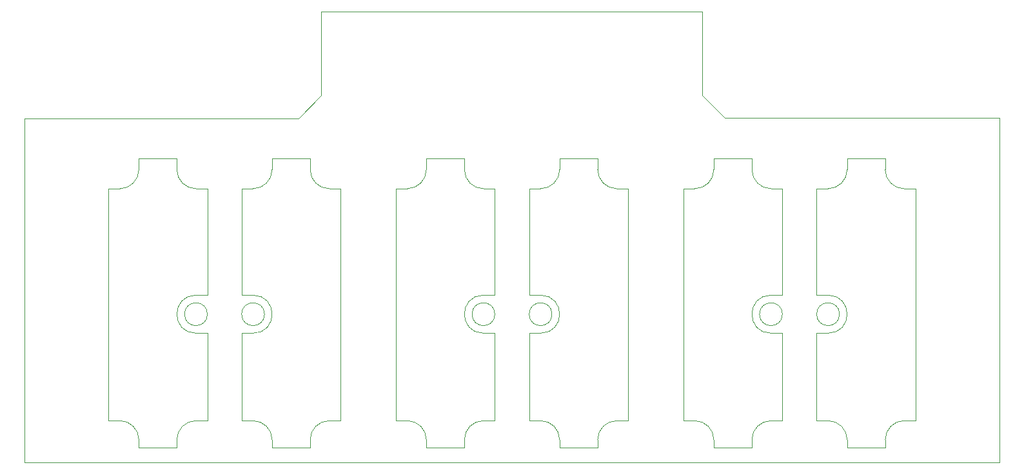
<source format=gbr>
%TF.GenerationSoftware,KiCad,Pcbnew,8.0.4*%
%TF.CreationDate,2024-09-10T22:05:28-04:00*%
%TF.ProjectId,UpperPOGO,55707065-7250-44f4-974f-2e6b69636164,v4*%
%TF.SameCoordinates,Original*%
%TF.FileFunction,Profile,NP*%
%FSLAX46Y46*%
G04 Gerber Fmt 4.6, Leading zero omitted, Abs format (unit mm)*
G04 Created by KiCad (PCBNEW 8.0.4) date 2024-09-10 22:05:28*
%MOMM*%
%LPD*%
G01*
G04 APERTURE LIST*
%TA.AperFunction,Profile*%
%ADD10C,0.050000*%
%TD*%
G04 APERTURE END LIST*
D10*
X149750000Y-70000000D02*
X148250000Y-70000000D01*
X149750000Y-100500000D02*
G75*
G02*
X152250000Y-103000000I0J-2500000D01*
G01*
X119500000Y-103000000D02*
X119500000Y-104000000D01*
X195000000Y-104000000D02*
X195000000Y-103000000D01*
X195000000Y-66000000D02*
X190000000Y-66000000D01*
X104500000Y-100500000D02*
X106000000Y-100500000D01*
X130750000Y-70000000D02*
X130750000Y-100500000D01*
X177500000Y-66000000D02*
X177500000Y-67500000D01*
X197500000Y-70000000D02*
X199000000Y-70000000D01*
X122000000Y-100500000D02*
X123500000Y-100500000D01*
X142250000Y-89000000D02*
G75*
G02*
X142250000Y-84000000I0J2500000D01*
G01*
X114500000Y-67500000D02*
G75*
G02*
X112000000Y-70000000I-2500000J0D01*
G01*
X168500000Y-70000000D02*
X168500000Y-100500000D01*
X170000000Y-100500000D02*
X168500000Y-100500000D01*
X181500000Y-89000000D02*
X181500000Y-100500000D01*
X187500000Y-100500000D02*
G75*
G02*
X190000000Y-103000000I0J-2500000D01*
G01*
X157250000Y-66000000D02*
X152250000Y-66000000D01*
X102000000Y-67500000D02*
X102000000Y-66000000D01*
X97000000Y-104000000D02*
X97000000Y-103000000D01*
X102000000Y-103000000D02*
G75*
G02*
X104500000Y-100500000I2500000J0D01*
G01*
X106000000Y-70000000D02*
X106000000Y-84000000D01*
X172500000Y-103000000D02*
X172500000Y-104000000D01*
X112000000Y-89000000D02*
X110500000Y-89000000D01*
X149750000Y-84000000D02*
X148250000Y-84000000D01*
X148250000Y-89000000D02*
X148250000Y-100500000D01*
X187500000Y-89000000D02*
X186000000Y-89000000D01*
X134750000Y-67500000D02*
G75*
G02*
X132250000Y-70000000I-2500000J0D01*
G01*
X132250000Y-70000000D02*
X130750000Y-70000000D01*
X112000000Y-100500000D02*
G75*
G02*
X114500000Y-103000000I0J-2500000D01*
G01*
X170975000Y-57700000D02*
X173975000Y-60700000D01*
X123500000Y-70000000D02*
X123500000Y-100500000D01*
X149750000Y-84000000D02*
G75*
G02*
X149750000Y-89000000I0J-2500000D01*
G01*
X177500000Y-103000000D02*
X177500000Y-104000000D01*
X106000000Y-86500000D02*
G75*
G02*
X103000000Y-86500000I-1500000J0D01*
G01*
X103000000Y-86500000D02*
G75*
G02*
X106000000Y-86500000I1500000J0D01*
G01*
X94500000Y-70000000D02*
X93000000Y-70000000D01*
X180000000Y-70000000D02*
X181500000Y-70000000D01*
X170000000Y-70000000D02*
X168500000Y-70000000D01*
X102000000Y-103000000D02*
X102000000Y-104000000D01*
X110500000Y-89000000D02*
X110500000Y-100500000D01*
X112000000Y-84000000D02*
G75*
G02*
X112000000Y-89000000I0J-2500000D01*
G01*
X199000000Y-70000000D02*
X199000000Y-100500000D01*
X181500000Y-70000000D02*
X181500000Y-84000000D01*
X112000000Y-100500000D02*
X110500000Y-100500000D01*
X134750000Y-66000000D02*
X139750000Y-66000000D01*
X94500000Y-100500000D02*
G75*
G02*
X97000000Y-103000000I0J-2500000D01*
G01*
X157250000Y-104000000D02*
X152250000Y-104000000D01*
X170000000Y-100500000D02*
G75*
G02*
X172500000Y-103000000I0J-2500000D01*
G01*
X187500000Y-84000000D02*
G75*
G02*
X187500000Y-89000000I0J-2500000D01*
G01*
X120975000Y-46700000D02*
X170975000Y-46700000D01*
X148250000Y-70000000D02*
X148250000Y-84000000D01*
X197500000Y-100500000D02*
X199000000Y-100500000D01*
X97000000Y-104000000D02*
X102000000Y-104000000D01*
X186000000Y-70000000D02*
X186000000Y-84000000D01*
X139750000Y-103000000D02*
X139750000Y-104000000D01*
X119500000Y-66000000D02*
X114500000Y-66000000D01*
X93000000Y-70000000D02*
X93000000Y-100500000D01*
X177500000Y-103000000D02*
G75*
G02*
X180000000Y-100500000I2500000J0D01*
G01*
X97000000Y-67500000D02*
G75*
G02*
X94500000Y-70000000I-2500000J0D01*
G01*
X152250000Y-67500000D02*
G75*
G02*
X149750000Y-70000000I-2500000J0D01*
G01*
X122000000Y-70000000D02*
X123500000Y-70000000D01*
X149750000Y-100500000D02*
X148250000Y-100500000D01*
X143750000Y-89000000D02*
X143750000Y-100500000D01*
X149750000Y-89000000D02*
X148250000Y-89000000D01*
X142250000Y-70000000D02*
G75*
G02*
X139750000Y-67500000I0J2500000D01*
G01*
X104500000Y-70000000D02*
X106000000Y-70000000D01*
X142250000Y-100500000D02*
X143750000Y-100500000D01*
X159750000Y-70000000D02*
G75*
G02*
X157250000Y-67500000I0J2500000D01*
G01*
X132250000Y-100500000D02*
X130750000Y-100500000D01*
X180000000Y-89000000D02*
G75*
G02*
X180000000Y-84000000I0J2500000D01*
G01*
X195000000Y-67500000D02*
X195000000Y-66000000D01*
X119500000Y-66000000D02*
X119500000Y-67500000D01*
X151250000Y-86500000D02*
G75*
G02*
X148250000Y-86500000I-1500000J0D01*
G01*
X148250000Y-86500000D02*
G75*
G02*
X151250000Y-86500000I1500000J0D01*
G01*
X189000000Y-86500000D02*
G75*
G02*
X186000000Y-86500000I-1500000J0D01*
G01*
X186000000Y-86500000D02*
G75*
G02*
X189000000Y-86500000I1500000J0D01*
G01*
X143750000Y-70000000D02*
X143750000Y-84000000D01*
X180000000Y-100500000D02*
X181500000Y-100500000D01*
X152250000Y-67500000D02*
X152250000Y-66000000D01*
X187500000Y-84000000D02*
X186000000Y-84000000D01*
X157250000Y-103000000D02*
G75*
G02*
X159750000Y-100500000I2500000J0D01*
G01*
X187500000Y-100500000D02*
X186000000Y-100500000D01*
X172500000Y-66000000D02*
X177500000Y-66000000D01*
X195000000Y-104000000D02*
X190000000Y-104000000D01*
X157250000Y-103000000D02*
X157250000Y-104000000D01*
X142250000Y-70000000D02*
X143750000Y-70000000D01*
X186000000Y-89000000D02*
X186000000Y-100500000D01*
X181500000Y-86500000D02*
G75*
G02*
X178500000Y-86500000I-1500000J0D01*
G01*
X178500000Y-86500000D02*
G75*
G02*
X181500000Y-86500000I1500000J0D01*
G01*
X157250000Y-66000000D02*
X157250000Y-67500000D01*
X82000000Y-60750000D02*
X118000000Y-60750000D01*
X104500000Y-70000000D02*
G75*
G02*
X102000000Y-67500000I0J2500000D01*
G01*
X112000000Y-84000000D02*
X110500000Y-84000000D01*
X152250000Y-103000000D02*
X152250000Y-104000000D01*
X82000000Y-106000000D02*
X82000000Y-60750000D01*
X172500000Y-104000000D02*
X177500000Y-104000000D01*
X142250000Y-84000000D02*
X143750000Y-84000000D01*
X197500000Y-70000000D02*
G75*
G02*
X195000000Y-67500000I0J2500000D01*
G01*
X172500000Y-67500000D02*
G75*
G02*
X170000000Y-70000000I-2500000J0D01*
G01*
X119500000Y-103000000D02*
G75*
G02*
X122000000Y-100500000I2500000J0D01*
G01*
X139750000Y-66000000D02*
X139750000Y-67500000D01*
X173975000Y-60700000D02*
X209975000Y-60700000D01*
X97000000Y-66000000D02*
X102000000Y-66000000D01*
X122000000Y-70000000D02*
G75*
G02*
X119500000Y-67500000I0J2500000D01*
G01*
X170975000Y-46700000D02*
X170975000Y-57700000D01*
X190000000Y-67500000D02*
G75*
G02*
X187500000Y-70000000I-2500000J0D01*
G01*
X94500000Y-100500000D02*
X93000000Y-100500000D01*
X159750000Y-100500000D02*
X161250000Y-100500000D01*
X134750000Y-103000000D02*
X134750000Y-104000000D01*
X180000000Y-70000000D02*
G75*
G02*
X177500000Y-67500000I0J2500000D01*
G01*
X104500000Y-84000000D02*
X106000000Y-84000000D01*
X190000000Y-103000000D02*
X190000000Y-104000000D01*
X210000000Y-106000000D02*
X209975000Y-60700000D01*
X134750000Y-66000000D02*
X134750000Y-67500000D01*
X172500000Y-66000000D02*
X172500000Y-67500000D01*
X161250000Y-70000000D02*
X161250000Y-100500000D01*
X210000000Y-106000000D02*
X82000000Y-106000000D01*
X132250000Y-100500000D02*
G75*
G02*
X134750000Y-103000000I0J-2500000D01*
G01*
X187500000Y-70000000D02*
X186000000Y-70000000D01*
X190000000Y-66000000D02*
X190000000Y-67500000D01*
X104500000Y-89000000D02*
X106000000Y-89000000D01*
X142250000Y-89000000D02*
X143750000Y-89000000D01*
X134750000Y-104000000D02*
X139750000Y-104000000D01*
X112000000Y-70000000D02*
X110500000Y-70000000D01*
X97000000Y-67500000D02*
X97000000Y-66000000D01*
X119500000Y-104000000D02*
X114500000Y-104000000D01*
X114500000Y-67500000D02*
X114500000Y-66000000D01*
X143750000Y-86500000D02*
G75*
G02*
X140750000Y-86500000I-1500000J0D01*
G01*
X140750000Y-86500000D02*
G75*
G02*
X143750000Y-86500000I1500000J0D01*
G01*
X118000000Y-60750000D02*
X120975000Y-57700000D01*
X104500000Y-89000000D02*
G75*
G02*
X104500000Y-84000000I0J2500000D01*
G01*
X180000000Y-84000000D02*
X181500000Y-84000000D01*
X113500000Y-86500000D02*
G75*
G02*
X110500000Y-86500000I-1500000J0D01*
G01*
X110500000Y-86500000D02*
G75*
G02*
X113500000Y-86500000I1500000J0D01*
G01*
X120975000Y-57700000D02*
X120975000Y-46700000D01*
X106000000Y-89000000D02*
X106000000Y-100500000D01*
X180000000Y-89000000D02*
X181500000Y-89000000D01*
X139750000Y-103000000D02*
G75*
G02*
X142250000Y-100500000I2500000J0D01*
G01*
X110500000Y-70000000D02*
X110500000Y-84000000D01*
X159750000Y-70000000D02*
X161250000Y-70000000D01*
X114500000Y-103000000D02*
X114500000Y-104000000D01*
X195000000Y-103000000D02*
G75*
G02*
X197500000Y-100500000I2500000J0D01*
G01*
M02*

</source>
